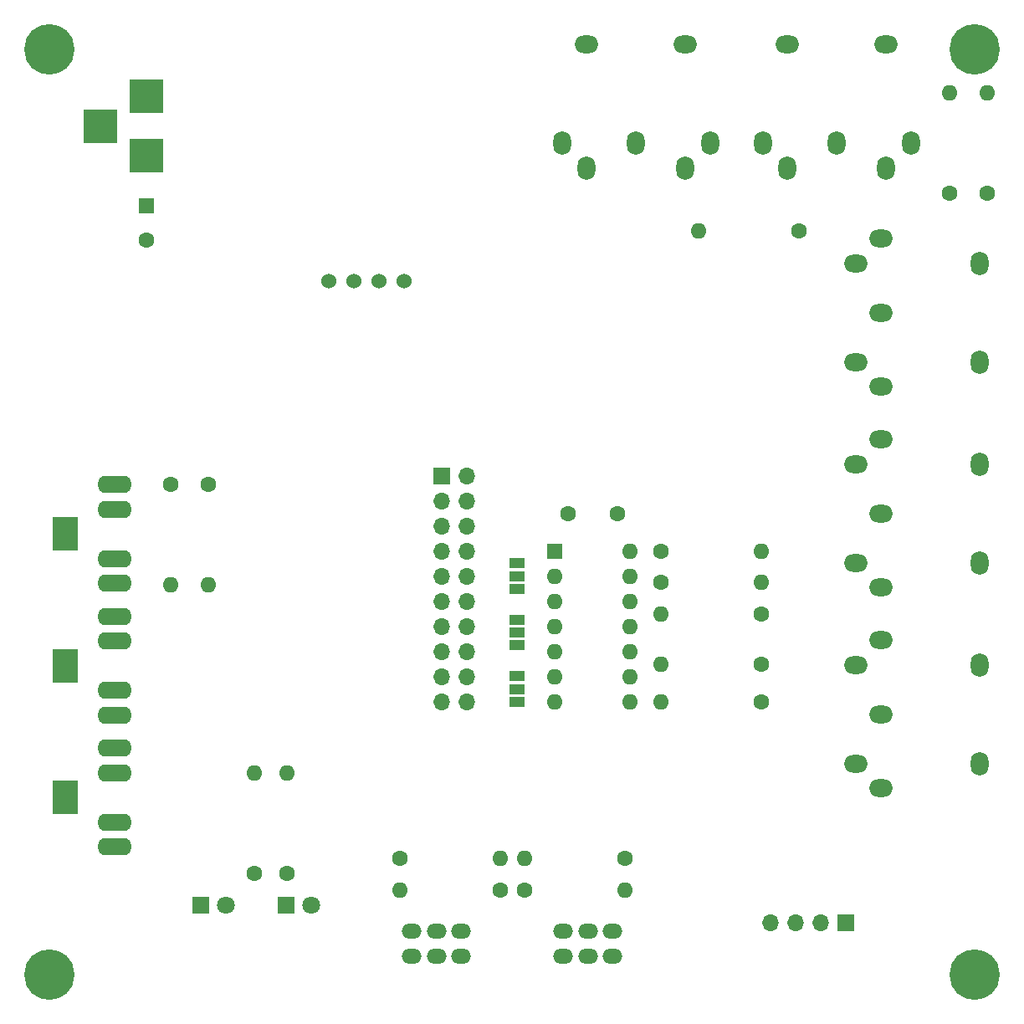
<source format=gts>
G04 #@! TF.GenerationSoftware,KiCad,Pcbnew,(5.1.8)-1*
G04 #@! TF.CreationDate,2022-02-18T00:17:42+01:00*
G04 #@! TF.ProjectId,BulkyMIDI-32 Extras,42756c6b-794d-4494-9449-2d3332204578,rev?*
G04 #@! TF.SameCoordinates,Original*
G04 #@! TF.FileFunction,Soldermask,Top*
G04 #@! TF.FilePolarity,Negative*
%FSLAX46Y46*%
G04 Gerber Fmt 4.6, Leading zero omitted, Abs format (unit mm)*
G04 Created by KiCad (PCBNEW (5.1.8)-1) date 2022-02-18 00:17:42*
%MOMM*%
%LPD*%
G01*
G04 APERTURE LIST*
%ADD10O,2.000000X1.524000*%
%ADD11C,1.524000*%
%ADD12O,1.800000X2.400000*%
%ADD13O,2.400000X1.800000*%
%ADD14C,5.100000*%
%ADD15R,3.500000X3.500000*%
%ADD16R,1.600000X1.600000*%
%ADD17C,1.600000*%
%ADD18O,1.600000X1.600000*%
%ADD19R,1.700000X1.700000*%
%ADD20O,1.700000X1.700000*%
%ADD21R,2.500000X3.500000*%
%ADD22O,3.500000X1.750000*%
%ADD23R,1.500000X1.000000*%
%ADD24R,1.800000X1.800000*%
%ADD25C,1.800000*%
G04 APERTURE END LIST*
D10*
X130338000Y-149566000D03*
X127838000Y-149566000D03*
X125338000Y-149566000D03*
X130338000Y-147066000D03*
X127838000Y-147066000D03*
X125338000Y-147066000D03*
X115022000Y-149566000D03*
X112522000Y-149566000D03*
X110022000Y-149566000D03*
X115022000Y-147066000D03*
X112522000Y-147066000D03*
X110022000Y-147066000D03*
D11*
X109220000Y-81280000D03*
X106680000Y-81280000D03*
X104140000Y-81280000D03*
X101600000Y-81280000D03*
D12*
X132715000Y-67310000D03*
D13*
X127715000Y-57310000D03*
X137715000Y-57310000D03*
D12*
X125215000Y-67310000D03*
X140215000Y-67310000D03*
X127715000Y-69810000D03*
X137715000Y-69810000D03*
X153035000Y-67310000D03*
D13*
X148035000Y-57310000D03*
X158035000Y-57310000D03*
D12*
X145535000Y-67310000D03*
X160535000Y-67310000D03*
X148035000Y-69810000D03*
X158035000Y-69810000D03*
D14*
X73355000Y-151435000D03*
X167005000Y-151435000D03*
X167005000Y-57785000D03*
X73355000Y-57785000D03*
D15*
X78485000Y-65580000D03*
X83185000Y-62580000D03*
X83185000Y-68580000D03*
D16*
X83185000Y-73660000D03*
D17*
X83185000Y-77160000D03*
X164465000Y-72390000D03*
D18*
X164465000Y-62230000D03*
D17*
X130810000Y-104775000D03*
X125810000Y-104775000D03*
D19*
X113030000Y-100965000D03*
D20*
X115570000Y-100965000D03*
X113030000Y-103505000D03*
X115570000Y-103505000D03*
X113030000Y-106045000D03*
X115570000Y-106045000D03*
X113030000Y-108585000D03*
X115570000Y-108585000D03*
X113030000Y-111125000D03*
X115570000Y-111125000D03*
X113030000Y-113665000D03*
X115570000Y-113665000D03*
X113030000Y-116205000D03*
X115570000Y-116205000D03*
X113030000Y-118745000D03*
X115570000Y-118745000D03*
X113030000Y-121285000D03*
X115570000Y-121285000D03*
X113030000Y-123825000D03*
X115570000Y-123825000D03*
D13*
X157480000Y-84471000D03*
D12*
X167480000Y-79471000D03*
X167480000Y-89471000D03*
D13*
X157480000Y-76971000D03*
X157480000Y-91971000D03*
X154980000Y-79471000D03*
X154980000Y-89471000D03*
X154980000Y-109791000D03*
X154980000Y-99791000D03*
X157480000Y-112291000D03*
X157480000Y-97291000D03*
D12*
X167480000Y-109791000D03*
X167480000Y-99791000D03*
D13*
X157480000Y-104791000D03*
X154980000Y-130111000D03*
X154980000Y-120111000D03*
X157480000Y-132611000D03*
X157480000Y-117611000D03*
D12*
X167480000Y-130111000D03*
X167480000Y-120111000D03*
D13*
X157480000Y-125111000D03*
D17*
X149225000Y-76200000D03*
D18*
X139065000Y-76200000D03*
X135255000Y-114935000D03*
D17*
X145415000Y-114935000D03*
D18*
X94107000Y-131064000D03*
D17*
X94107000Y-141224000D03*
X97409000Y-141224000D03*
D18*
X97409000Y-131064000D03*
X135255000Y-123825000D03*
D17*
X145415000Y-123825000D03*
X118999000Y-142875000D03*
D18*
X108839000Y-142875000D03*
D17*
X108839000Y-139700000D03*
D18*
X118999000Y-139700000D03*
X131572000Y-142875000D03*
D17*
X121412000Y-142875000D03*
D18*
X121412000Y-139700000D03*
D17*
X131572000Y-139700000D03*
X85598000Y-101848999D03*
D18*
X85598000Y-112008999D03*
X89408000Y-112014000D03*
D17*
X89408000Y-101854000D03*
X145415000Y-120015000D03*
D18*
X135255000Y-120015000D03*
D17*
X168275000Y-72390000D03*
D18*
X168275000Y-62230000D03*
X145415000Y-108585000D03*
D17*
X135255000Y-108585000D03*
X135255000Y-111760000D03*
D18*
X145415000Y-111760000D03*
X132080000Y-108585000D03*
X124460000Y-123825000D03*
X132080000Y-111125000D03*
X124460000Y-121285000D03*
X132080000Y-113665000D03*
X124460000Y-118745000D03*
X132080000Y-116205000D03*
X124460000Y-116205000D03*
X132080000Y-118745000D03*
X124460000Y-113665000D03*
X132080000Y-121285000D03*
X124460000Y-111125000D03*
X132080000Y-123825000D03*
D16*
X124460000Y-108585000D03*
D21*
X74933001Y-133528999D03*
D22*
X79939001Y-128528999D03*
X79939001Y-138528999D03*
X79939001Y-131028999D03*
X79939001Y-136028999D03*
X79939001Y-122688999D03*
X79939001Y-117688999D03*
X79939001Y-125188999D03*
X79939001Y-115188999D03*
D21*
X74933001Y-120188999D03*
X74933001Y-106848999D03*
D22*
X79939001Y-101848999D03*
X79939001Y-111848999D03*
X79939001Y-104348999D03*
X79939001Y-109348999D03*
D23*
X120650000Y-121255000D03*
X120650000Y-122555000D03*
X120650000Y-123855000D03*
X120650000Y-112425000D03*
X120650000Y-111125000D03*
X120650000Y-109825000D03*
X120650000Y-115540000D03*
X120650000Y-116840000D03*
X120650000Y-118140000D03*
D24*
X88646000Y-144399000D03*
D25*
X91186000Y-144399000D03*
X99822000Y-144399000D03*
D24*
X97282000Y-144399000D03*
D20*
X146304000Y-146177000D03*
X148844000Y-146177000D03*
X151384000Y-146177000D03*
D19*
X153924000Y-146177000D03*
M02*

</source>
